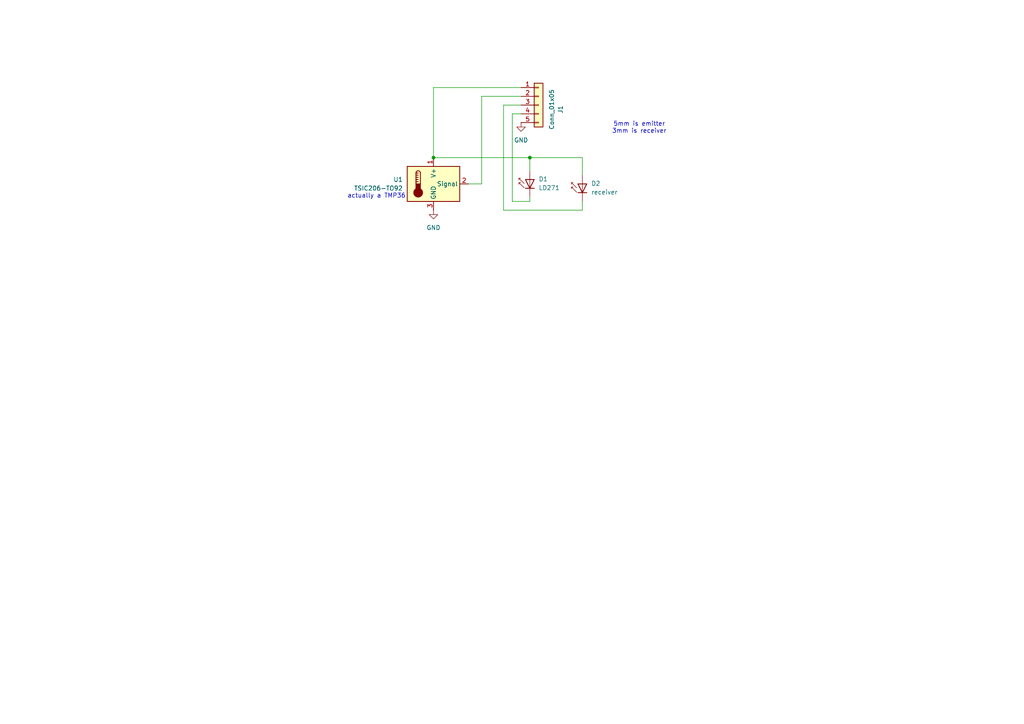
<source format=kicad_sch>
(kicad_sch (version 20231120) (generator "eeschema") (generator_version "8.0")
  (paper "A4")
  (lib_symbols
    (symbol "Connector_Generic:Conn_01x05" (pin_names (offset 1.016) hide)
      (property "Reference" "J" (at 0 7.62 0))
      (property "Value" "Conn_01x05" (at 0 -7.62 0))
      (symbol "Conn_01x05_1_1"
        (rectangle (start -1.27 -4.953) (end 0 -5.207) (stroke (width 0.1524)))
        (rectangle (start -1.27 -2.413) (end 0 -2.667) (stroke (width 0.1524)))
        (rectangle (start -1.27 0.127) (end 0 -0.127) (stroke (width 0.1524)))
        (rectangle (start -1.27 2.667) (end 0 2.413) (stroke (width 0.1524)))
        (rectangle (start -1.27 5.207) (end 0 4.953) (stroke (width 0.1524)))
        (rectangle (start -1.27 6.35) (end 1.27 -6.35) (stroke (width 0.254)) (fill (type background)))
        (pin passive line (at -5.08 5.08 0) (length 3.81) (name "Pin_1") (number "1"))
        (pin passive line (at -5.08 2.54 0) (length 3.81) (name "Pin_2") (number "2"))
        (pin passive line (at -5.08 0 0) (length 3.81) (name "Pin_3") (number "3"))
        (pin passive line (at -5.08 -2.54 0) (length 3.81) (name "Pin_4") (number "4"))
        (pin passive line (at -5.08 -5.08 0) (length 3.81) (name "Pin_5") (number "5"))
      )
    )
    (symbol "LED:IR204A" (pin_numbers hide) (pin_names (offset 1.016) hide)
      (property "Reference" "D" (at 0.508 1.778 0))
      (property "Value" "IR204A" (at -1.016 -2.794 0))
      (symbol "IR204A_0_1"
        (polyline (pts (xy -2.54 1.27) (xy -2.54 -1.27)) (stroke (width 0.254)))
        (polyline (pts (xy 0 0) (xy -2.54 0)))
        (polyline (pts (xy 0.381 3.175) (xy -0.127 3.175)))
        (polyline (pts (xy -1.143 1.651) (xy 0.381 3.175) (xy 0.381 2.667)))
        (polyline (pts (xy 0 1.27) (xy -2.54 0) (xy 0 -1.27) (xy 0 1.27)) (stroke (width 0.254)))
        (polyline (pts (xy -2.413 1.651) (xy -0.889 3.175) (xy -0.889 2.667) (xy -0.889 3.175) (xy -1.397 3.175)))
      )
      (symbol "IR204A_1_1"
        (pin passive line (at -5.08 0 0) (length 2.54) (name "K") (number "1"))
        (pin passive line (at 2.54 0 180) (length 2.54) (name "A") (number "2"))
      )
    )
    (symbol "LED:LD271" (pin_numbers hide) (pin_names (offset 1.016) hide)
      (property "Reference" "D" (at 0.508 1.778 0))
      (property "Value" "LD271" (at -1.016 -2.794 0))
      (symbol "LD271_0_1"
        (polyline (pts (xy -2.54 1.27) (xy -2.54 -1.27)) (stroke (width 0.254)))
        (polyline (pts (xy 0 0) (xy -2.54 0)))
        (polyline (pts (xy 0.381 3.175) (xy -0.127 3.175)))
        (polyline (pts (xy -1.143 1.651) (xy 0.381 3.175) (xy 0.381 2.667)))
        (polyline (pts (xy 0 -1.27) (xy -2.54 0) (xy 0 1.27) (xy 0 -1.27)) (stroke (width 0.254)))
        (polyline (pts (xy -2.413 1.651) (xy -0.889 3.175) (xy -0.889 2.667) (xy -0.889 3.175) (xy -1.397 3.175)))
      )
      (symbol "LD271_1_1"
        (pin passive line (at -5.08 0 0) (length 2.54) (name "K") (number "1"))
        (pin passive line (at 2.54 0 180) (length 2.54) (name "A") (number "2"))
      )
    )
    (symbol "Sensor_Temperature:TSIC206-TO92"
      (property "Reference" "U" (at -6.35 6.35 0))
      (property "Value" "TSIC206-TO92" (at 1.27 6.35 0))
      (symbol "TSIC206-TO92_0_1"
        (rectangle (start -7.62 5.08) (end 7.62 -5.08) (stroke (width 0.254)) (fill (type background)))
        (circle (center -4.445 -2.54) (radius 1.27) (stroke (width 0.254)) (fill (type outline)))
        (rectangle (start -3.81 -1.905) (end -5.08 0) (stroke (width 0.254)) (fill (type outline)))
        (arc (start -3.81 3.175) (mid -4.445 3.8073) (end -5.08 3.175) (stroke (width 0.254)))
        (polyline (pts (xy -5.08 0.635) (xy -4.445 0.635)) (stroke (width 0.254)))
        (polyline (pts (xy -5.08 1.27) (xy -4.445 1.27)) (stroke (width 0.254)))
        (polyline (pts (xy -5.08 1.905) (xy -4.445 1.905)) (stroke (width 0.254)))
        (polyline (pts (xy -5.08 2.54) (xy -4.445 2.54)) (stroke (width 0.254)))
        (polyline (pts (xy -5.08 3.175) (xy -5.08 0)) (stroke (width 0.254)))
        (polyline (pts (xy -5.08 3.175) (xy -4.445 3.175)) (stroke (width 0.254)))
        (polyline (pts (xy -3.81 3.175) (xy -3.81 0)) (stroke (width 0.254)))
      )
      (symbol "TSIC206-TO92_1_1"
        (pin power_in line (at 0 7.62 270) (length 2.54) (name "V+") (number "1"))
        (pin output line (at 10.16 0 180) (length 2.54) (name "Signal") (number "2"))
        (pin power_in line (at 0 -7.62 90) (length 2.54) (name "GND") (number "3"))
      )
    )
    (symbol "power:GND" (power) (pin_numbers hide) (pin_names (offset 0) hide)
      (property "Value" "GND" (at 0 -3.81 0))
      (symbol "GND_0_1"
        (polyline (pts (xy 0 0) (xy 0 -1.27) (xy 1.27 -1.27) (xy 0 -2.54) (xy -1.27 -1.27) (xy 0 -1.27)))
      )
      (symbol "GND_1_1"
        (pin power_in line (at 0 0 270) (length 0) (name "~") (number "1"))
      )
    )
  )
  (junction (at 125.73 45.72))
  (junction (at 153.67 45.72))
  (wire (pts (xy 153.67 58.42) (xy 153.67 57.15)))
  (wire (pts (xy 148.59 33.02) (xy 148.59 58.42)))
  (wire (pts (xy 125.73 25.4) (xy 125.73 45.72)))
  (wire (pts (xy 153.67 45.72) (xy 153.67 49.53)))
  (wire (pts (xy 168.91 45.72) (xy 168.91 50.8)))
  (wire (pts (xy 151.13 25.4) (xy 125.73 25.4)))
  (wire (pts (xy 151.13 27.94) (xy 139.7 27.94)))
  (wire (pts (xy 151.13 30.48) (xy 146.05 30.48)))
  (wire (pts (xy 153.67 45.72) (xy 168.91 45.72)))
  (wire (pts (xy 146.05 30.48) (xy 146.05 60.96)))
  (wire (pts (xy 135.89 53.34) (xy 139.7 53.34)))
  (wire (pts (xy 125.73 45.72) (xy 153.67 45.72)))
  (wire (pts (xy 148.59 58.42) (xy 153.67 58.42)))
  (wire (pts (xy 146.05 60.96) (xy 168.91 60.96)))
  (wire (pts (xy 139.7 27.94) (xy 139.7 53.34)))
  (wire (pts (xy 168.91 60.96) (xy 168.91 58.42)))
  (wire (pts (xy 151.13 33.02) (xy 148.59 33.02)))
  (text "5mm is emitter\n3mm is receiver\n" (at 185.42 37.084 0) (effects (font (size 1.27 1.27))))
  (text "actually a TMP36" (at 109.22 56.896 0) (effects (font (size 1.27 1.27))))
  (symbol (lib_id "Connector_Generic:Conn_01x05") (at 156.21 30.48 0) (unit 1)
    (property "Reference" "J1" (at 162.56 31.75 90))
    (property "Value" "Conn_01x05" (at 160.02 31.75 90))
    (property "Footprint" "Connector_JST:JST_EH_B5B-EH-A_1x05_P2.50mm_Vertical" (effects (hide yes)))
    (property "Description" "Generic connector, single row, 01x05, script generated (kicad-library-utils/schlib/autogen/connector/)" (effects (hide yes)))
  )
  (symbol (lib_id "power:GND") (at 125.73 60.96 0) (unit 1)
    (property "Reference" "#PWR01" (effects (hide yes)))
    (property "Value" "GND" (at 125.73 66.04 0))
    (property "Description" "Power symbol creates a global label with name \"GND\" , ground" (effects (hide yes)))
  )
  (symbol (lib_id "LED:LD271") (at 153.67 52.07 90) (unit 1)
    (property "Reference" "D1" (at 156.21 51.9429 90) (effects (justify right)))
    (property "Value" "LD271" (at 156.21 54.4829 90) (effects (justify right)))
    (property "Footprint" "LED_THT:LED_D5.0mm_IRGrey" (effects (hide yes)))
    (property "Datasheet" "http://www.alliedelec.com/m/d/40788c34903a719969df15f1fbea1056.pdf" (effects (hide yes)))
    (property "Description" "940nm IR-LED, 5mm" (effects (hide yes)))
  )
  (symbol (lib_id "Sensor_Temperature:TSIC206-TO92") (at 125.73 53.34 0) (unit 1)
    (property "Reference" "U1" (at 116.84 52.0699 0) (effects (justify right)))
    (property "Value" "TSIC206-TO92" (at 116.84 54.6099 0) (effects (justify right)))
    (property "Footprint" "Package_TO_SOT_THT:TO-92_Inline" (effects (hide yes)))
    (property "Datasheet" "https://shop.bb-sensors.com/out/media/Datasheet_Digital_Semiconductor_temperatur_sensor_TSIC.pdf" (effects (hide yes)))
    (property "Description" "Digital temperature sensor, range -50 ... +150 °C, 0.5 K accuracy, TO-92" (effects (hide yes)))
  )
  (symbol (lib_id "power:GND") (at 151.13 35.56 0) (unit 1)
    (property "Reference" "#PWR03" (effects (hide yes)))
    (property "Value" "GND" (at 151.13 40.64 0))
    (property "Description" "Power symbol creates a global label with name \"GND\" , ground" (effects (hide yes)))
  )
  (symbol (lib_id "LED:IR204A") (at 168.91 53.34 90) (unit 1)
    (property "Reference" "D2" (at 171.45 53.2129 90) (effects (justify right)))
    (property "Value" "receiver" (at 171.45 55.7529 90) (effects (justify right)))
    (property "Footprint" "LED_THT:LED_D3.0mm_IRBlack" (effects (hide yes)))
    (property "Datasheet" "http://www.everlight.com/file/ProductFile/IR204-A.pdf" (effects (hide yes)))
    (property "Description" "Infrared LED , 3mm LED package" (effects (hide yes)))
  )
)
</source>
